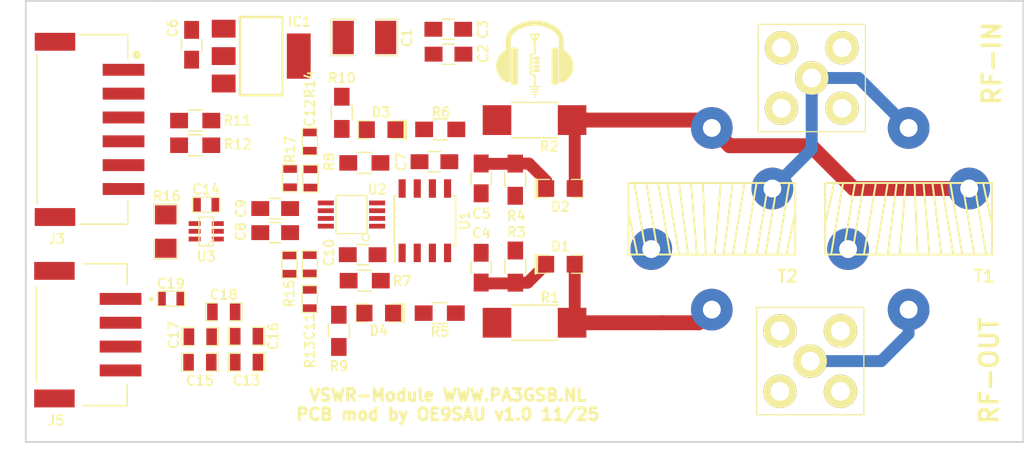
<source format=kicad_pcb>
(kicad_pcb (version 20241229) (generator "pcbnew") (generator_version "9.0")
  (layers (0 "F.Cu" signal) (2 "B.Cu" signal) (13 "F.Paste" user) (15 "B.Paste" user) (5 "F.SilkS" user "F.Silkscreen") (7 "B.SilkS" user "B.Silkscreen") (1 "F.Mask" user) (3 "B.Mask" user) (25 "Edge.Cuts" user))
  (net 0 "")
  (net 1 "Net-(D1-K)")
  (net 2 "GND")
  (net 3 "Net-(D2-K)")
  (net 4 "+12V")
  (net 5 "+3V3")
  (net 6 "+3.3V")
  (net 7 "Vipa")
  (net 8 "Vtemp")
  (net 9 "+VPA")
  (net 10 "Net-(U2-AIN0)")
  (net 11 "Net-(U2-AIN3)")
  (net 12 "Net-(D1-A)")
  (net 13 "Net-(D2-A)")
  (net 14 "SDA")
  (net 15 "SCL")
  (net 16 "Net-(D3-K)")
  (net 17 "Net-(D3-A)")
  (net 18 "Net-(D4-A)")
  (net 19 "Net-(D4-K)")
  (net 20 "Net-(J1-In)")
  (net 21 "Net-(J2-In)")
  (net 23 "CURIN")
  (net 24 "Net-(C13-Pad2)")
  (net 25 "Net-(J5-Pad2)")
  (net 26 "Net-(U3-OUT)")
  (footprint "HERMESLITE:SMD-1210" (layer "F.Cu") (at 109.71 65.29)
    (property "Reference" "C1" (at 3.56 0.02 270) (layer "F.SilkS") (effects (font (size 0.8 0.8) (thickness 0.15) (bold yes))))
    (property "Value" "100uF" (hide yes))
    (pad "1" smd rect (at -1.778 0) (size 1.778 2.794) (layers "F.Cu" "F.Mask" "F.Paste") (net 5 "+3V3"))
    (pad "2" smd rect (at 1.778 0) (size 1.778 2.794) (layers "F.Cu" "F.Mask" "F.Paste") (net 2 "GND"))
  )
  (footprint "Capacitors_SMD:C_0805_HandSoldering" (layer "F.Cu") (at 116.76 66.69)
    (property "Reference" "C2" (at 2.91 -0.04 270) (layer "F.SilkS") (effects (font (size 0.8 0.8))))
    (property "Value" "10nF")
    (pad "1" smd rect (at -1.25 0) (size 1.5 1.25) (layers "F.Cu" "F.Mask" "F.Paste") (net 5 "+3V3"))
    (pad "2" smd rect (at 1.25 0) (size 1.5 1.25) (layers "F.Cu" "F.Mask" "F.Paste") (net 2 "GND"))
  )
  (footprint "Capacitors_SMD:C_0805_HandSoldering" (layer "F.Cu") (at 116.74 64.6)
    (property "Reference" "C3" (at 2.91 0.01 90) (layer "F.SilkS") (effects (font (size 0.8 0.8))))
    (property "Value" "100nF")
    (pad "1" smd rect (at -1.25 0) (size 1.5 1.25) (layers "F.Cu" "F.Mask" "F.Paste") (net 5 "+3V3"))
    (pad "2" smd rect (at 1.25 0) (size 1.5 1.25) (layers "F.Cu" "F.Mask" "F.Paste") (net 2 "GND"))
  )
  (footprint "Capacitors_SMD:C_0805_HandSoldering" (layer "F.Cu") (at 119.5 77.11 90)
    (property "Reference" "C5" (at -2.96 0.02 0) (layer "F.SilkS") (effects (font (size 0.8 0.8))))
    (property "Value" "100nF")
    (pad "1" smd rect (at -1.25 0 90) (size 1.5 1.25) (layers "F.Cu" "F.Mask" "F.Paste") (net 2 "GND"))
    (pad "2" smd rect (at 1.25 0 90) (size 1.5 1.25) (layers "F.Cu" "F.Mask" "F.Paste") (net 3 "Net-(D2-K)"))
  )
  (footprint "Capacitors_SMD:C_0805_HandSoldering" (layer "F.Cu") (at 95.2096 65.9013 90)
    (property "Reference" "C6" (at 1.39 -1.59 90) (layer "F.SilkS") (effects (font (size 0.8 0.8))))
    (property "Value" "100nF")
    (pad "1" smd rect (at -1.25 0 90) (size 1.5 1.25) (layers "F.Cu" "F.Mask" "F.Paste") (net 4 "+12V"))
    (pad "2" smd rect (at 1.25 0 90) (size 1.5 1.25) (layers "F.Cu" "F.Mask" "F.Paste") (net 2 "GND"))
  )
  (footprint "Capacitors_SMD:C_0805_HandSoldering" (layer "F.Cu") (at 115.58 75.71 180)
    (property "Reference" "C7" (at 2.77 -0.02 90) (layer "F.SilkS") (effects (font (size 0.8 0.8))))
    (property "Value" "100nF")
    (pad "1" smd rect (at -1.25 0 180) (size 1.5 1.25) (layers "F.Cu" "F.Mask" "F.Paste") (net 2 "GND"))
    (pad "2" smd rect (at 1.25 0 180) (size 1.5 1.25) (layers "F.Cu" "F.Mask" "F.Paste") (net 4 "+12V"))
  )
  (footprint "Capacitors_SMD:C_0805_HandSoldering" (layer "F.Cu") (at 102.22 81.66 180)
    (property "Reference" "C8" (at 2.89 0.08 90) (layer "F.SilkS") (effects (font (size 0.8 0.8))))
    (property "Value" "10nF")
    (pad "1" smd rect (at -1.25 0 180) (size 1.5 1.25) (layers "F.Cu" "F.Mask" "F.Paste") (net 10 "Net-(U2-AIN0)"))
    (pad "2" smd rect (at 1.25 0 180) (size 1.5 1.25) (layers "F.Cu" "F.Mask" "F.Paste") (net 2 "GND"))
  )
  (footprint "Capacitors_SMD:C_0805_HandSoldering" (layer "F.Cu") (at 102.22 79.64)
    (property "Reference" "C9" (at -2.86 0 90) (layer "F.SilkS") (effects (font (size 0.8 0.8))))
    (property "Value" "10nF")
    (pad "1" smd rect (at -1.25 0) (size 1.5 1.25) (layers "F.Cu" "F.Mask" "F.Paste") (net 2 "GND"))
    (pad "2" smd rect (at 1.25 0) (size 1.5 1.25) (layers "F.Cu" "F.Mask" "F.Paste") (net 11 "Net-(U2-AIN3)"))
  )
  (footprint "Capacitors_SMD:C_0805_HandSoldering" (layer "F.Cu") (at 109.56 83.51 180)
    (property "Reference" "C10" (at 2.82 0.17 270) (layer "F.SilkS") (effects (font (size 0.8 0.8))))
    (property "Value" "100nF")
    (pad "1" smd rect (at -1.25 0 180) (size 1.5 1.25) (layers "F.Cu" "F.Mask" "F.Paste") (net 2 "GND"))
    (pad "2" smd rect (at 1.25 0 180) (size 1.5 1.25) (layers "F.Cu" "F.Mask" "F.Paste") (net 5 "+3V3"))
  )
  (footprint "HERMESLITE:1N5711WS" (layer "F.Cu") (at 126.15 84.31 180)
    (property "Reference" "D1" (at 0 1.49 0) (layer "F.SilkS") (effects (font (size 0.8 0.8) (thickness 0.15) (bold yes))))
    (property "Value" "1N5711" (hide yes))
    (pad "1" smd rect (at -1.2 0 180) (size 1.35 1.397) (layers "F.Cu" "F.Mask" "F.Paste") (net 12 "Net-(D1-A)"))
    (pad "2" smd rect (at 1.2 0 180) (size 1.35 1.397) (layers "F.Cu" "F.Mask" "F.Paste") (net 1 "Net-(D1-K)"))
  )
  (footprint "HERMESLITE:1N5711WS" (layer "F.Cu") (at 126.15 77.96 180)
    (property "Reference" "D2" (at 0 -1.53 0) (layer "F.SilkS") (effects (font (size 0.8 0.8) (thickness 0.15) (bold yes))))
    (property "Value" "1N5711" (hide yes))
    (pad "1" smd rect (at -1.2 0 180) (size 1.35 1.397) (layers "F.Cu" "F.Mask" "F.Paste") (net 13 "Net-(D2-A)"))
    (pad "2" smd rect (at 1.2 0 180) (size 1.35 1.397) (layers "F.Cu" "F.Mask" "F.Paste") (net 3 "Net-(D2-K)"))
  )
  (footprint "HERMESLITE:1N5711WS" (layer "F.Cu") (at 111.11 73.02)
    (property "Reference" "D3" (at 0 -1.45 0) (layer "F.SilkS") (effects (font (size 0.8 0.8) (thickness 0.15) (bold yes))))
    (property "Value" "1N5711" (hide yes))
    (pad "1" smd rect (at -1.2 0) (size 1.35 1.397) (layers "F.Cu" "F.Mask" "F.Paste") (net 17 "Net-(D3-A)"))
    (pad "2" smd rect (at 1.2 0) (size 1.35 1.397) (layers "F.Cu" "F.Mask" "F.Paste") (net 16 "Net-(D3-K)"))
  )
  (footprint "HERMESLITE:1N5711WS" (layer "F.Cu") (at 110.91 88.41)
    (property "Reference" "D4" (at 0.01 1.47 0) (layer "F.SilkS") (effects (font (size 0.8 0.8) (thickness 0.15) (bold yes))))
    (property "Value" "1N5711" (hide yes))
    (pad "1" smd rect (at -1.2 0) (size 1.35 1.397) (layers "F.Cu" "F.Mask" "F.Paste") (net 18 "Net-(D4-A)"))
    (pad "2" smd rect (at 1.2 0) (size 1.35 1.397) (layers "F.Cu" "F.Mask" "F.Paste") (net 19 "Net-(D4-K)"))
  )
  (footprint "HERMESLITE:SMAVERT" (layer "F.Cu") (at 147.105 92.438 -90)
    (property "Reference" "J1" (hide yes))
    (property "Value" "DNI")
    (pad "1" thru_hole circle (at 0 0 270) (size 2.8 2.8) (drill 1.57) (layers "*.Cu" "*.Mask" "F.SilkS") (net 20 "Net-(J1-In)"))
    (pad "2" thru_hole circle (at -2.54 -2.54 270) (size 2.8 2.8) (drill 1.57) (layers "*.Cu" "*.Mask" "F.SilkS") (net 2 "GND"))
    (pad "2" thru_hole circle (at -2.54 2.54 270) (size 2.8 2.8) (drill 1.57) (layers "*.Cu" "*.Mask" "F.SilkS") (net 2 "GND"))
    (pad "2" thru_hole circle (at 2.54 -2.54 270) (size 2.8 2.8) (drill 1.57) (layers "*.Cu" "*.Mask" "F.SilkS") (net 2 "GND"))
    (pad "2" thru_hole circle (at 2.54 2.54 270) (size 2.8 2.8) (drill 1.57) (layers "*.Cu" "*.Mask" "F.SilkS") (net 2 "GND"))
  )
  (footprint "HERMESLITE:SMAVERT" (layer "F.Cu") (at 147.232 68.689 180)
    (property "Reference" "J2" (hide yes))
    (property "Value" "DNI")
    (pad "1" thru_hole circle (at 0 0 180) (size 2.8 2.8) (drill 1.57) (layers "*.Cu" "*.Mask" "F.SilkS") (net 21 "Net-(J2-In)"))
    (pad "2" thru_hole circle (at -2.54 -2.54 180) (size 2.8 2.8) (drill 1.57) (layers "*.Cu" "*.Mask" "F.SilkS") (net 2 "GND"))
    (pad "2" thru_hole circle (at -2.54 2.54 180) (size 2.8 2.8) (drill 1.57) (layers "*.Cu" "*.Mask" "F.SilkS") (net 2 "GND"))
    (pad "2" thru_hole circle (at 2.54 -2.54 180) (size 2.8 2.8) (drill 1.57) (layers "*.Cu" "*.Mask" "F.SilkS") (net 2 "GND"))
    (pad "2" thru_hole circle (at 2.54 2.54 180) (size 2.8 2.8) (drill 1.57) (layers "*.Cu" "*.Mask" "F.SilkS") (net 2 "GND"))
  )
  (footprint "Resistors_SMD:R_2010_HandSoldering" (layer "F.Cu") (at 123.98 89.22)
    (property "Reference" "R1" (at 1.29 -2.11 0) (layer "F.SilkS") (effects (font (size 0.8 0.8))))
    (property "Value" "51.1")
    (pad "1" smd rect (at -3.15 0) (size 2.4 2.5) (layers "F.Cu" "F.Mask" "F.Paste") (net 2 "GND"))
    (pad "2" smd rect (at 3.15 0) (size 2.4 2.5) (layers "F.Cu" "F.Mask" "F.Paste") (net 12 "Net-(D1-A)"))
  )
  (footprint "Resistors_SMD:R_2010_HandSoldering" (layer "F.Cu") (at 123.98 72.22 180)
    (property "Reference" "R2" (at -1.23 -2.21 0) (layer "F.SilkS") (effects (font (size 0.8 0.8))))
    (property "Value" "51.1")
    (pad "1" smd rect (at -3.15 0 180) (size 2.4 2.5) (layers "F.Cu" "F.Mask" "F.Paste") (net 13 "Net-(D2-A)"))
    (pad "2" smd rect (at 3.15 0 180) (size 2.4 2.5) (layers "F.Cu" "F.Mask" "F.Paste") (net 2 "GND"))
  )
  (footprint "Resistors_SMD:R_0805_HandSoldering" (layer "F.Cu") (at 122.37 84.51 90)
    (property "Reference" "R3" (at 2.88 0.1 0) (layer "F.SilkS") (effects (font (size 0.8 0.8))))
    (property "Value" "100K")
    (pad "1" smd rect (at -1.35 0 90) (size 1.5 1.3) (layers "F.Cu" "F.Mask" "F.Paste") (net 1 "Net-(D1-K)"))
    (pad "2" smd rect (at 1.35 0 90) (size 1.5 1.3) (layers "F.Cu" "F.Mask" "F.Paste") (net 2 "GND"))
  )
  (footprint "Resistors_SMD:R_0805_HandSoldering" (layer "F.Cu") (at 122.36 77.22 90)
    (property "Reference" "R4" (at -3.04 0.08 0) (layer "F.SilkS") (effects (font (size 0.8 0.8))))
    (property "Value" "100K")
    (pad "1" smd rect (at -1.35 0 90) (size 1.5 1.3) (layers "F.Cu" "F.Mask" "F.Paste") (net 2 "GND"))
    (pad "2" smd rect (at 1.35 0 90) (size 1.5 1.3) (layers "F.Cu" "F.Mask" "F.Paste") (net 3 "Net-(D2-K)"))
  )
  (footprint "Resistors_SMD:R_0805_HandSoldering" (layer "F.Cu") (at 116.025 88.413 180)
    (property "Reference" "R5" (at -0.025 -1.557 0) (layer "F.SilkS") (effects (font (size 0.8 0.8))))
    (property "Value" "220K")
    (pad "1" smd rect (at -1.35 0 180) (size 1.5 1.3) (layers "F.Cu" "F.Mask" "F.Paste") (net 2 "GND"))
    (pad "2" smd rect (at 1.35 0 180) (size 1.5 1.3) (layers "F.Cu" "F.Mask" "F.Paste") (net 19 "Net-(D4-K)"))
  )
  (footprint "Resistors_SMD:R_0805_HandSoldering" (layer "F.Cu") (at 116.065 73 180)
    (property "Reference" "R6" (at -0.055 1.43 0) (layer "F.SilkS") (effects (font (size 0.8 0.8))))
    (property "Value" "220K")
    (pad "1" smd rect (at -1.35 0 180) (size 1.5 1.3) (layers "F.Cu" "F.Mask" "F.Paste") (net 2 "GND"))
    (pad "2" smd rect (at 1.35 0 180) (size 1.5 1.3) (layers "F.Cu" "F.Mask" "F.Paste") (net 16 "Net-(D3-K)"))
  )
  (footprint "Resistors_SMD:R_0805_HandSoldering" (layer "F.Cu") (at 109.73 85.69)
    (property "Reference" "R7" (at 3.13 0.03 180) (layer "F.SilkS") (effects (font (size 0.8 0.8))))
    (property "Value" "1K")
    (pad "1" smd rect (at -1.35 0) (size 1.5 1.3) (layers "F.Cu" "F.Mask" "F.Paste") (net 10 "Net-(U2-AIN0)"))
    (pad "2" smd rect (at 1.35 0) (size 1.5 1.3) (layers "F.Cu" "F.Mask" "F.Paste") (net 18 "Net-(D4-A)"))
  )
  (footprint "Resistors_SMD:R_0805_HandSoldering" (layer "F.Cu") (at 109.7 75.81)
    (property "Reference" "R8" (at -2.93 -0.1 90) (layer "F.SilkS") (effects (font (size 0.8 0.8))))
    (property "Value" "1K")
    (pad "1" smd rect (at -1.35 0) (size 1.5 1.3) (layers "F.Cu" "F.Mask" "F.Paste") (net 11 "Net-(U2-AIN3)"))
    (pad "2" smd rect (at 1.35 0) (size 1.5 1.3) (layers "F.Cu" "F.Mask" "F.Paste") (net 17 "Net-(D3-A)"))
  )
  (footprint "Resistors_SMD:R_0805_HandSoldering" (layer "F.Cu") (at 107.56 89.9 -90)
    (property "Reference" "R9" (at 2.96 0 0) (layer "F.SilkS") (effects (font (size 0.8 0.8))))
    (property "Value" "1K8")
    (pad "1" smd rect (at -1.35 0 270) (size 1.5 1.3) (layers "F.Cu" "F.Mask" "F.Paste") (net 10 "Net-(U2-AIN0)"))
    (pad "2" smd rect (at 1.35 0 270) (size 1.5 1.3) (layers "F.Cu" "F.Mask" "F.Paste") (net 2 "GND"))
  )
  (footprint "Resistors_SMD:R_0805_HandSoldering" (layer "F.Cu") (at 107.81 71.61 90)
    (property "Reference" "R10" (at 2.92 0.01 180) (layer "F.SilkS") (effects (font (size 0.8 0.8))))
    (property "Value" "1K8")
    (pad "1" smd rect (at -1.35 0 90) (size 1.5 1.3) (layers "F.Cu" "F.Mask" "F.Paste") (net 2 "GND"))
    (pad "2" smd rect (at 1.35 0 90) (size 1.5 1.3) (layers "F.Cu" "F.Mask" "F.Paste") (net 11 "Net-(U2-AIN3)"))
  )
  (footprint "Resistors_SMD:R_0805_HandSoldering" (layer "F.Cu") (at 95.51 72.26 180)
    (property "Reference" "R11" (at -3.53 0.01 0) (layer "F.SilkS") (effects (font (size 0.8 0.8))))
    (property "Value" "DNI")
    (pad "1" smd rect (at -1.35 0 180) (size 1.5 1.3) (layers "F.Cu" "F.Mask" "F.Paste") (net 5 "+3V3"))
    (pad "2" smd rect (at 1.35 0 180) (size 1.5 1.3) (layers "F.Cu" "F.Mask" "F.Paste") (net 15 "SCL"))
  )
  (footprint "Resistors_SMD:R_0805_HandSoldering" (layer "F.Cu") (at 95.51 74.33 180)
    (property "Reference" "R12" (at -3.57 0.08 0) (layer "F.SilkS") (effects (font (size 0.8 0.8))))
    (property "Value" "DNI")
    (pad "1" smd rect (at -1.35 0 180) (size 1.5 1.3) (layers "F.Cu" "F.Mask" "F.Paste") (net 5 "+3V3"))
    (pad "2" smd rect (at 1.35 0 180) (size 1.5 1.3) (layers "F.Cu" "F.Mask" "F.Paste") (net 14 "SDA"))
  )
  (footprint "Housings_SOIC:SOIC-8_3.9x4.9mm_Pitch1.27mm" (layer "F.Cu") (at 114.775 80.66 90)
    (property "Reference" "U1" (at 0.02 3.355 270) (layer "F.SilkS") (effects (font (size 0.8 0.8))))
    (property "Value" "LMC6482")
    (pad "1" smd rect (at -2.7 -1.905 90) (size 1.55 0.6) (layers "F.Cu" "F.Mask" "F.Paste") (net 18 "Net-(D4-A)"))
    (pad "2" smd rect (at -2.7 -0.635 90) (size 1.55 0.6) (layers "F.Cu" "F.Mask" "F.Paste") (net 19 "Net-(D4-K)"))
    (pad "3" smd rect (at -2.7 0.635 90) (size 1.55 0.6) (layers "F.Cu" "F.Mask" "F.Paste") (net 1 "Net-(D1-K)"))
    (pad "4" smd rect (at -2.7 1.905 90) (size 1.55 0.6) (layers "F.Cu" "F.Mask" "F.Paste") (net 2 "GND"))
    (pad "5" smd rect (at 2.7 1.905 90) (size 1.55 0.6) (layers "F.Cu" "F.Mask" "F.Paste") (net 3 "Net-(D2-K)"))
    (pad "6" smd rect (at 2.7 0.635 90) (size 1.55 0.6) (layers "F.Cu" "F.Mask" "F.Paste") (net 16 "Net-(D3-K)"))
    (pad "7" smd rect (at 2.7 -0.635 90) (size 1.55 0.6) (layers "F.Cu" "F.Mask" "F.Paste") (net 17 "Net-(D3-A)"))
    (pad "8" smd rect (at 2.7 -1.905 90) (size 1.55 0.6) (layers "F.Cu" "F.Mask" "F.Paste") (net 4 "+12V"))
  )
  (footprint "HERMESLITE:PE4259" (layer "F.Cu") (at 97.41 82.2 90)
    (property "Reference" "U3" (at -1.46 -0.98 180) (layer "F.SilkS") (effects (font (size 0.8 0.8) (thickness 0.15) (bold yes))))
    (property "Value" "INA199A1DC")
    (pad "1" smd rect (at 0 0 90) (size 0.4 1) (layers "F.Cu" "F.Mask" "F.Paste") (net 2 "GND"))
    (pad "2" smd rect (at 0.65 0 90) (size 0.4 1) (layers "F.Cu" "F.Mask" "F.Paste") (net 2 "GND"))
    (pad "3" smd rect (at 1.3 0 90) (size 0.4 1) (layers "F.Cu" "F.Mask" "F.Paste") (net 9 "+VPA"))
    (pad "4" smd rect (at 1.3 -1.95 90) (size 0.4 1) (layers "F.Cu" "F.Mask" "F.Paste") (net 9 "+VPA"))
    (pad "5" smd rect (at 0.65 -1.95 90) (size 0.4 1) (layers "F.Cu" "F.Mask" "F.Paste") (net 23 "CURIN"))
    (pad "6" smd rect (at 0 -1.95 90) (size 0.4 1) (layers "F.Cu" "F.Mask" "F.Paste") (net 26 "Net-(U3-OUT)"))
  )
  (footprint "VSWR:T50-43_V_THT" (layer "F.Cu") (at 155.36 80.5)
    (property "Reference" "T1" (at 6.33 4.81 0) (layer "F.SilkS") (effects (font (thickness 0.2) (bold yes))))
    (property "Value" "FT50-43")
    (pad "1" thru_hole circle (at 0 -7.62) (size 3.5 3.5) (drill 1.5) (layers "*.Cu" "*.Mask") (net 21 "Net-(J2-In)"))
    (pad "2" thru_hole circle (at 0 7.62) (size 3.5 3.5) (drill 1.5) (layers "*.Cu" "*.Mask") (net 20 "Net-(J1-In)"))
    (pad "3" thru_hole circle (at -5.08 2.54) (size 3.5 3.5) (drill 1.5) (layers "*.Cu" "*.Mask") (net 2 "GND"))
    (pad "4" thru_hole circle (at 5.08 -2.54) (size 3.5 3.5) (drill 1.5) (layers "*.Cu" "*.Mask") (net 13 "Net-(D2-A)"))
  )
  (footprint "VSWR:T50-43_V_THT" (layer "F.Cu") (at 138.85 80.5 180)
    (property "Reference" "T2" (at -6.36 -4.82 0) (layer "F.SilkS") (effects (font (thickness 0.2) (bold yes))))
    (property "Value" "FT50-43")
    (pad "1" thru_hole circle (at 0 -7.62 180) (size 3.5 3.5) (drill 1.5) (layers "*.Cu" "*.Mask") (net 12 "Net-(D1-A)"))
    (pad "2" thru_hole circle (at 0 7.62 180) (size 3.5 3.5) (drill 1.5) (layers "*.Cu" "*.Mask") (net 13 "Net-(D2-A)"))
    (pad "3" thru_hole circle (at -5.08 2.54 180) (size 3.5 3.5) (drill 1.5) (layers "*.Cu" "*.Mask") (net 21 "Net-(J2-In)"))
    (pad "4" thru_hole circle (at 5.08 -2.54 180) (size 3.5 3.5) (drill 1.5) (layers "*.Cu" "*.Mask") (net 2 "GND"))
  )
  (footprint "HERMESLITE:SMD-0805" (layer "F.Cu") (at 95.9075 92.54 180)
    (property "Reference" "C15" (at 0.0075 -1.54 0) (layer "F.SilkS") (effects (font (size 0.8 0.8) (thickness 0.15) (bold yes))))
    (property "Value" "1uF" (hide yes))
    (pad "1" smd rect (at -0.9525 0 180) (size 0.889 1.397) (layers "F.Cu" "F.Mask" "F.Paste") (net 23 "CURIN"))
    (pad "2" smd rect (at 0.9525 0 180) (size 0.889 1.397) (layers "F.Cu" "F.Mask" "F.Paste") (net 24 "Net-(C13-Pad2)"))
  )
  (footprint "S4B-PH-SM4-TB:JST_S4B-PH-SM4-TB" (layer "F.Cu") (at 86.5 90.22 -90)
    (property "Reference" "J5" (at 7.2 2.65 180) (layer "F.SilkS") (effects (font (size 0.8 0.8))))
    (property "Value" "S4B-PH-SM4-TB")
    (pad "1" smd rect (at -3 -2.75 270) (size 1 3.5) (layers "F.Cu" "F.Mask" "F.Paste") (net 6 "+3.3V"))
    (pad "2" smd rect (at -1 -2.75 270) (size 1 3.5) (layers "F.Cu" "F.Mask" "F.Paste") (net 25 "Net-(J5-Pad2)"))
    (pad "3" smd rect (at 1 -2.75 270) (size 1 3.5) (layers "F.Cu" "F.Mask" "F.Paste") (net 2 "GND"))
    (pad "4" smd rect (at 3 -2.75 270) (size 1 3.5) (layers "F.Cu" "F.Mask" "F.Paste") (net 2 "GND"))
    (pad "SH1" smd rect (at -5.35 2.8 270) (size 1.5 3.4) (layers "F.Cu" "F.Mask" "F.Paste"))
    (pad "SH2" smd rect (at 5.35 2.8 270) (size 1.5 3.4) (layers "F.Cu" "F.Mask" "F.Paste"))
  )
  (footprint "LOGO" (layer "F.Cu") (at 124 67.1)
    (property "Reference" "G10" (hide yes))
    (property "Value" "LOGO" (hide yes))
  )
  (footprint "HERMESLITE:SMD-0603" (layer "F.Cu") (at 96.43 79.32)
    (property "Reference" "C14" (at 0 -1.28 180) (layer "F.SilkS") (effects (font (size 0.8 0.8) (thickness 0.15) (bold yes))))
    (property "Value" "0.1uF" (hide yes))
    (pad "1" smd rect (at -0.762 0) (size 0.635 1.143) (layers "F.Cu" "F.Mask" "F.Paste") (net 9 "+VPA"))
    (pad "2" smd rect (at 0.762 0) (size 0.635 1.143) (layers "F.Cu" "F.Mask" "F.Paste") (net 2 "GND"))
  )
  (footprint "HERMESLITE:MAX11613" (layer "F.Cu") (at 108.62 80.145 90)
    (property "Reference" "U2" (at 2.1 2.15 180) (layer "F.SilkS") (effects (font (size 0.8 0.8) (thickness 0.15) (bold yes))))
    (property "Value" "MAX11613")
    (pad "1" smd rect (at -0.975 2.15 90) (size 0.4 1.35) (layers "F.Cu" "F.Mask" "F.Paste") (net 10 "Net-(U2-AIN0)"))
    (pad "2" smd rect (at -0.325 2.15 90) (size 0.4 1.35) (layers "F.Cu" "F.Mask" "F.Paste") (net 8 "Vtemp"))
    (pad "3" smd rect (at 0.325 2.15 90) (size 0.4 1.35) (layers "F.Cu" "F.Mask" "F.Paste") (net 7 "Vipa"))
    (pad "4" smd rect (at 0.975 2.15 90) (size 0.4 1.35) (layers "F.Cu" "F.Mask" "F.Paste") (net 11 "Net-(U2-AIN3)"))
    (pad "5" smd rect (at 0.975 -2.15 90) (size 0.4 1.35) (layers "F.Cu" "F.Mask" "F.Paste") (net 15 "SCL"))
    (pad "6" smd rect (at 0.325 -2.15 90) (size 0.4 1.35) (layers "F.Cu" "F.Mask" "F.Paste") (net 14 "SDA"))
    (pad "7" smd rect (at -0.325 -2.15 90) (size 0.4 1.35) (layers "F.Cu" "F.Mask" "F.Paste") (net 2 "GND"))
    (pad "8" smd rect (at -0.975 -2.15 90) (size 0.4 1.35) (layers "F.Cu" "F.Mask" "F.Paste") (net 5 "+3V3"))
  )
  (footprint "HERMESLITE:SMD-1206" (layer "F.Cu") (at 93.04 81.57 -90)
    (property "Reference" "R16" (at -2.97 -0.09 180) (layer "F.SilkS") (effects (font (size 0.8 0.8) (thickness 0.15) (bold yes))))
    (property "Value" "0.04" (hide yes))
    (pad "1" smd rect (at -1.4 0 270) (size 1.6 1.8) (layers "F.Cu" "F.Mask" "F.Paste") (net 9 "+VPA"))
    (pad "2" smd rect (at 1.4 0 270) (size 1.6 1.8) (layers "F.Cu" "F.Mask" "F.Paste") (net 23 "CURIN"))
  )
  (footprint "HERMESLITE:SMD-0805" (layer "F.Cu") (at 99.82 90.36)
    (property "Reference" "C16" (at 2.24 -0.01 90) (layer "F.SilkS") (effects (font (size 0.8 0.8) (thickness 0.15) (bold yes))))
    (property "Value" "1uF" (hide yes))
    (pad "1" smd rect (at -0.9525 0) (size 0.889 1.397) (layers "F.Cu" "F.Mask" "F.Paste") (net 23 "CURIN"))
    (pad "2" smd rect (at 0.9525 0) (size 0.889 1.397) (layers "F.Cu" "F.Mask" "F.Paste") (net 24 "Net-(C13-Pad2)"))
  )
  (footprint "HERMESLITE:SMD-0603" (layer "F.Cu") (at 103.47 77.088 90)
    (property "Reference" "R17" (at 2.392 -0.01 270) (layer "F.SilkS") (effects (font (size 0.8 0.8) (thickness 0.15) (bold yes))))
    (property "Value" "JNC" (hide yes))
    (pad "1" smd rect (at -0.762 0 90) (size 0.635 1.143) (layers "F.Cu" "F.Mask" "F.Paste") (net 8 "Vtemp"))
    (pad "2" smd rect (at 0.762 0 90) (size 0.635 1.143) (layers "F.Cu" "F.Mask" "F.Paste") (net 25 "Net-(J5-Pad2)"))
  )
  (footprint "HERMESLITE:SMD-0805" (layer "F.Cu") (at 95.9375 90.39 180)
    (property "Reference" "C17" (at 2.2375 0.14 90) (layer "F.SilkS") (effects (font (size 0.8 0.8) (thickness 0.15) (bold yes))))
    (property "Value" "1uF" (hide yes))
    (pad "1" smd rect (at -0.9525 0 180) (size 0.889 1.397) (layers "F.Cu" "F.Mask" "F.Paste") (net 23 "CURIN"))
    (pad "2" smd rect (at 0.9525 0 180) (size 0.889 1.397) (layers "F.Cu" "F.Mask" "F.Paste") (net 24 "Net-(C13-Pad2)"))
  )
  (footprint "HERMESLITE:SMD-0603" (layer "F.Cu") (at 105.13 74.022 -90)
    (property "Reference" "R14" (at -4.796 0 270) (layer "F.SilkS") (effects (font (size 0.8 0.8) (thickness 0.15) (bold yes))))
    (property "Value" "1K" (hide yes))
    (pad "1" smd rect (at -0.762 0 270) (size 0.635 1.143) (layers "F.Cu" "F.Mask" "F.Paste") (net 2 "GND"))
    (pad "2" smd rect (at 0.762 0 270) (size 0.635 1.143) (layers "F.Cu" "F.Mask" "F.Paste") (net 8 "Vtemp"))
  )
  (footprint "Radioberry:V-REG_SOT223" (layer "F.Cu") (at 101.0496 66.8513 -90)
    (property "Reference" "IC1" (at -2.8913 -3.2104 0) (layer "F.SilkS") (effects (font (size 0.8 0.8) (thickness 0.15) (bold yes))))
    (property "Value" "LD1117S33" (hide yes))
    (pad "1" smd rect (at -2.2987 3.1496 270) (size 1.4986 1.99898) (layers "F.Cu" "F.Mask" "F.Paste") (net 2 "GND"))
    (pad "2" smd rect (at 0 3.1496 270) (size 1.4986 1.99898) (layers "F.Cu" "F.Mask" "F.Paste"))
    (pad "3" smd rect (at 2.2987 3.1496 270) (size 1.4986 1.99898) (layers "F.Cu" "F.Mask" "F.Paste") (net 4 "+12V"))
    (pad "4" smd rect (at 0 -3.1496 270) (size 3.79984 1.99898) (layers "F.Cu" "F.Mask" "F.Paste") (net 5 "+3V3"))
  )
  (footprint "HERMESLITE:SMD-0603" (layer "F.Cu") (at 103.42 84.342 -90)
    (property "Reference" "R15" (at 2.438 0 90) (layer "F.SilkS") (effects (font (size 0.8 0.8) (thickness 0.15) (bold yes))))
    (property "Value" "270" (hide yes))
    (pad "1" smd rect (at -0.762 0 270) (size 0.635 1.143) (layers "F.Cu" "F.Mask" "F.Paste") (net 7 "Vipa"))
    (pad "2" smd rect (at 0.762 0 270) (size 0.635 1.143) (layers "F.Cu" "F.Mask" "F.Paste") (net 26 "Net-(U3-OUT)"))
  )
  (footprint "HERMESLITE:SMD-0603" (layer "F.Cu") (at 93.492 87.2)
    (property "Reference" "C19" (at -0.022 -1.26 0) (layer "F.SilkS") (effects (font (size 0.8 0.8) (thickness 0.15) (bold yes))))
    (property "Value" "0.1uF" (hide yes))
    (pad "1" smd rect (at -0.762 0) (size 0.635 1.143) (layers "F.Cu" "F.Mask" "F.Paste") (net 6 "+3.3V"))
    (pad "2" smd rect (at 0.762 0) (size 0.635 1.143) (layers "F.Cu" "F.Mask" "F.Paste") (net 2 "GND"))
  )
  (footprint "HERMESLITE:SMD-0805" (layer "F.Cu") (at 99.8225 92.53)
    (property "Reference" "C13" (at 0 1.54 0) (layer "F.SilkS") (effects (font (size 0.8 0.8) (thickness 0.15) (bold yes))))
    (property "Value" "1uF" (hide yes))
    (pad "1" smd rect (at -0.9525 0) (size 0.889 1.397) (layers "F.Cu" "F.Mask" "F.Paste") (net 23 "CURIN"))
    (pad "2" smd rect (at 0.9525 0) (size 0.889 1.397) (layers "F.Cu" "F.Mask" "F.Paste") (net 24 "Net-(C13-Pad2)"))
  )
  (footprint "HERMESLITE:SMD-0603" (layer "F.Cu") (at 105.12 84.316 -90)
    (property "Reference" "C11" (at 5.234 0.01 90) (layer "F.SilkS") (effects (font (size 0.8 0.8) (thickness 0.15) (bold yes))))
    (property "Value" "4.7nF" (hide yes))
    (pad "1" smd rect (at -0.762 0 270) (size 0.635 1.143) (layers "F.Cu" "F.Mask" "F.Paste") (net 7 "Vipa"))
    (pad "2" smd rect (at 0.762 0 270) (size 0.635 1.143) (layers "F.Cu" "F.Mask" "F.Paste") (net 2 "GND"))
  )
  (footprint "HERMESLITE:SMD-0603" (layer "F.Cu") (at 105.12 87.23 90)
    (property "Reference" "R13" (at -4.66 0.02 90) (layer "F.SilkS") (effects (font (size 0.8 0.8) (thickness 0.15) (bold yes))))
    (property "Value" "1K" (hide yes))
    (pad "1" smd rect (at -0.762 0 90) (size 0.635 1.143) (layers "F.Cu" "F.Mask" "F.Paste") (net 2 "GND"))
    (pad "2" smd rect (at 0.762 0 90) (size 0.635 1.143) (layers "F.Cu" "F.Mask" "F.Paste") (net 7 "Vipa"))
  )
  (footprint "Capacitors_SMD:C_0805_HandSoldering" (layer "F.Cu") (at 119.5 84.6 90)
    (property "Reference" "C4" (at 2.9 0.02 0) (layer "F.SilkS") (effects (font (size 0.8 0.8))))
    (property "Value" "100nF")
    (pad "1" smd rect (at -1.25 0 90) (size 1.5 1.25) (layers "F.Cu" "F.Mask" "F.Paste") (net 1 "Net-(D1-K)"))
    (pad "2" smd rect (at 1.25 0 90) (size 1.5 1.25) (layers "F.Cu" "F.Mask" "F.Paste") (net 2 "GND"))
  )
  (footprint "HERMESLITE:SMD-0603" (layer "F.Cu") (at 105.18 77.116 90)
    (property "Reference" "C12" (at 5.49 -0.05 270) (layer "F.SilkS") (effects (font (size 0.8 0.8) (thickness 0.15) (bold yes))))
    (property "Value" "4.7nF" (hide yes))
    (pad "1" smd rect (at -0.762 0 90) (size 0.635 1.143) (layers "F.Cu" "F.Mask" "F.Paste") (net 8 "Vtemp"))
    (pad "2" smd rect (at 0.762 0 90) (size 0.635 1.143) (layers "F.Cu" "F.Mask" "F.Paste") (net 2 "GND"))
  )
  (footprint "HERMESLITE:SMD-0805" (layer "F.Cu") (at 97.9075 88.31)
    (property "Reference" "C18" (at -0.0075 -1.44 0) (layer "F.SilkS") (effects (font (size 0.8 0.8) (thickness 0.15) (bold yes))))
    (property "Value" "22uF" (hide yes))
    (pad "1" smd rect (at -0.9525 0) (size 0.889 1.397) (layers "F.Cu" "F.Mask" "F.Paste") (net 23 "CURIN"))
    (pad "2" smd rect (at 0.9525 0) (size 0.889 1.397) (layers "F.Cu" "F.Mask" "F.Paste") (net 24 "Net-(C13-Pad2)"))
  )
  (footprint "S6B-PH-SM4:JST_S6B-PH-SM4-TB_LF__SN_" (layer "F.Cu") (at 89.5 73 -90)
    (property "Reference" "J3" (at 9.19 5.6 180) (layer "F.SilkS") (effects (font (size 0.8 0.8))))
    (property "Value" "S6B-PH-SM4-TB_LF__SN_")
    (pad "1" smd rect (at -5 0 270) (size 1 3.5) (layers "F.Cu" "F.Mask" "F.Paste") (net 4 "+12V"))
    (pad "2" smd rect (at -3 0 270) (size 1 3.5) (layers "F.Cu" "F.Mask" "F.Paste") (net 15 "SCL"))
    (pad "3" smd rect (at -1 0 270) (size 1 3.5) (layers "F.Cu" "F.Mask" "F.Paste") (net 14 "SDA"))
    (pad "4" smd rect (at 1 0 270) (size 1 3.5) (layers "F.Cu" "F.Mask" "F.Paste") (net 2 "GND"))
    (pad "5" smd rect (at 3 0 270) (size 1 3.5) (layers "F.Cu" "F.Mask" "F.Paste"))
    (pad "6" smd rect (at 5 0 270) (size 1 3.5) (layers "F.Cu" "F.Mask" "F.Paste") (net 23 "CURIN"))
    (pad "S1" smd rect (at -7.35 5.75 270) (size 1.5 3.4) (layers "F.Cu" "F.Mask" "F.Paste") (net 2 "GND"))
    (pad "S2" smd rect (at 7.35 5.75 270) (size 1.5 3.4) (layers "F.Cu" "F.Mask" "F.Paste") (net 2 "GND"))
  )
  (gr_line (start 91.98 99.22) (end 81.3 99.22) (stroke (width 0.15)) (layer "Edge.Cuts"))
  (gr_line (start 163.98 62.22) (end 91.98 62.22) (stroke (width 0.15)) (layer "Edge.Cuts"))
  (gr_line (start 164.98 62.22) (end 164.98 99.22) (stroke (width 0.15)) (layer "Edge.Cuts"))
  (gr_line (start 163.98 62.22) (end 164.98 62.22) (stroke (width 0.15)) (layer "Edge.Cuts"))
  (gr_line (start 163.98 99.22) (end 164.98 99.22) (stroke (width 0.15)) (layer "Edge.Cuts"))
  (gr_line (start 163.98 99.22) (end 91.98 99.22) (stroke (width 0.15)) (layer "Edge.Cuts"))
  (gr_line (start 91.98 62.22) (end 81.3 62.22) (stroke (width 0.15)) (layer "Edge.Cuts"))
  (gr_line (start 81.3 62.22) (end 81.3 99.22) (stroke (width 0.15)) (layer "Edge.Cuts"))
  (gr_text "VSWR-Module WWW.PA3GSB.NL\nPCB mod by OE9SAU v1.0 11/25" (at 116.7 96.1 0) (layer "F.SilkS") (effects (font (size 1 1) (thickness 0.25))))
  (gr_text "RF-IN" (at 162.34 67.47 90) (layer "F.SilkS") (effects (font (size 1.5 1.5) (thickness 0.3))))
  (gr_text "RF-OUT" (at 162.11 93.24 90) (layer "F.SilkS") (effects (font (size 1.5 1.5) (thickness 0.3))))
  (segment (start 124.95 84.31) (end 123.4 85.86) (width 1) (layer "F.Cu") (net 1))
  (segment (start 119.57 85.92) (end 119.5 85.85) (width 1) (layer "F.Cu") (net 1))
  (segment (start 124.95 84.31) (end 124.89 84.31) (width 0.25) (layer "F.Cu") (net 1))
  (segment (start 123.4 85.86) (end 122.37 85.86) (width 1) (layer "F.Cu") (net 1))
  (segment (start 122.32 85.92) (end 119.57 85.92) (width 1) (layer "F.Cu") (net 1))
  (segment (start 122.33 82.86) (end 122.33 82.71) (width 0.25) (layer "F.Cu") (net 2))
  (segment (start 119.5 78.36) (end 119.63 78.49) (width 1) (layer "F.Cu") (net 2))
  (segment (start 119.63 83.22) (end 119.5 83.35) (width 1) (layer "F.Cu") (net 2))
  (segment (start 150.28 89.263) (end 149.645 89.898) (width 0.25) (layer "B.Cu") (net 2))
  (segment (start 149.772 82.532) (end 150.28 83.04) (width 0.25) (layer "B.Cu") (net 2))
  (segment (start 124.95 77.96) (end 124.95 77.31) (width 1) (layer "F.Cu") (net 3))
  (segment (start 124.95 77.96) (end 124.95 77.49) (width 0.25) (layer "F.Cu") (net 3))
  (segment (start 124.95 77.31) (end 123.51 75.87) (width 1) (layer "F.Cu") (net 3))
  (segment (start 123.51 75.87) (end 122.62 75.87) (width 1) (layer "F.Cu") (net 3))
  (segment (start 122.56 75.89) (end 119.53 75.89) (width 1) (layer "F.Cu") (net 3))
  (segment (start 119.53 75.89) (end 119.5 75.86) (width 1) (layer "F.Cu") (net 3))
  (segment (start 127.13 84.53) (end 127.35 84.31) (width 0.25) (layer "F.Cu") (net 12))
  (segment (start 127.35 89) (end 127.13 89.22) (width 1) (layer "F.Cu") (net 12))
  (segment (start 138.85 88.12) (end 137.74 89.23) (width 1.25) (layer "F.Cu") (net 12))
  (segment (start 137.735 89.22) (end 134.685 89.22) (width 1.25) (layer "F.Cu") (net 12))
  (segment (start 127.35 84.31) (end 127.35 89) (width 1) (layer "F.Cu") (net 12))
  (segment (start 134.68 89.22) (end 127.13 89.22) (width 1.25) (layer "F.Cu") (net 12))
  (segment (start 139.99 74.02) (end 138.85 72.88) (width 0.25) (layer "F.Cu") (net 13))
  (segment (start 127.79 72.88) (end 127.13 72.22) (width 0.25) (layer "F.Cu") (net 13))
  (segment (start 127.13 77.74) (end 127.35 77.96) (width 0.25) (layer "F.Cu") (net 13))
  (segment (start 138.19 72.22) (end 138.85 72.88) (width 1.25) (layer "F.Cu") (net 13))
  (segment (start 127.35 72.44) (end 127.13 72.22) (width 1) (layer "F.Cu") (net 13))
  (segment (start 150.74 77.96) (end 147.15 74.37) (width 1.25) (layer "F.Cu") (net 13))
  (segment (start 140.34 74.37) (end 138.85 72.88) (width 1.25) (layer "F.Cu") (net 13))
  (segment (start 160.44 77.96) (end 150.74 77.96) (width 1.25) (layer "F.Cu") (net 13))
  (segment (start 139.04 73.07) (end 138.85 72.88) (width 1.25) (layer "F.Cu") (net 13))
  (segment (start 127.13 72.22) (end 138.19 72.22) (width 1.25) (layer "F.Cu") (net 13))
  (segment (start 127.35 77.96) (end 127.35 72.44) (width 1) (layer "F.Cu") (net 13))
  (segment (start 160.44 77.96) (end 160.44 77.68) (width 0.25) (layer "F.Cu") (net 13))
  (segment (start 147.15 74.37) (end 140.34 74.37) (width 1.25) (layer "F.Cu") (net 13))
  (segment (start 114.448 88.64) (end 114.675 88.413) (width 0.25) (layer "F.Cu") (net 19))
  (segment (start 155.36 90.14) (end 153.062 92.438) (width 1) (layer "B.Cu") (net 20))
  (segment (start 153.062 92.438) (end 147.105 92.438) (width 1) (layer "B.Cu") (net 20))
  (segment (start 155.36 88.12) (end 155.36 90.14) (width 1) (layer "B.Cu") (net 20))
  (segment (start 147.232 74.658) (end 143.93 77.96) (width 1) (layer "B.Cu") (net 21))
  (segment (start 151.169 68.689) (end 152.39 69.91) (width 1) (layer "B.Cu") (net 21))
  (segment (start 152.39 69.91) (end 155.36 72.88) (width 1) (layer "B.Cu") (net 21))
  (segment (start 147.232 68.689) (end 151.169 68.689) (width 1) (layer "B.Cu") (net 21))
  (segment (start 147.232 68.689) (end 147.232 74.658) (width 1) (layer "B.Cu") (net 21))
)
</source>
